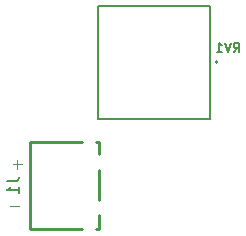
<source format=gbr>
%TF.GenerationSoftware,KiCad,Pcbnew,8.0.3*%
%TF.CreationDate,2024-11-14T20:06:39-08:00*%
%TF.ProjectId,SpeakerR,53706561-6b65-4725-922e-6b696361645f,rev?*%
%TF.SameCoordinates,Original*%
%TF.FileFunction,Legend,Bot*%
%TF.FilePolarity,Positive*%
%FSLAX46Y46*%
G04 Gerber Fmt 4.6, Leading zero omitted, Abs format (unit mm)*
G04 Created by KiCad (PCBNEW 8.0.3) date 2024-11-14 20:06:39*
%MOMM*%
%LPD*%
G01*
G04 APERTURE LIST*
%ADD10C,0.100000*%
%ADD11C,0.150000*%
%ADD12C,0.250000*%
%ADD13C,0.127000*%
%ADD14C,0.200000*%
G04 APERTURE END LIST*
D10*
X104598115Y-103377466D02*
X103836211Y-103377466D01*
X104852115Y-99821466D02*
X104090211Y-99821466D01*
X104471163Y-100202419D02*
X104471163Y-99440514D01*
D11*
X103594819Y-101266666D02*
X104309104Y-101266666D01*
X104309104Y-101266666D02*
X104451961Y-101219047D01*
X104451961Y-101219047D02*
X104547200Y-101123809D01*
X104547200Y-101123809D02*
X104594819Y-100980952D01*
X104594819Y-100980952D02*
X104594819Y-100885714D01*
X104594819Y-102266666D02*
X104594819Y-101695238D01*
X104594819Y-101980952D02*
X103594819Y-101980952D01*
X103594819Y-101980952D02*
X103737676Y-101885714D01*
X103737676Y-101885714D02*
X103832914Y-101790476D01*
X103832914Y-101790476D02*
X103880533Y-101695238D01*
X122802589Y-90303695D02*
X123069256Y-89922742D01*
X123259732Y-90303695D02*
X123259732Y-89503695D01*
X123259732Y-89503695D02*
X122954970Y-89503695D01*
X122954970Y-89503695D02*
X122878780Y-89541790D01*
X122878780Y-89541790D02*
X122840685Y-89579885D01*
X122840685Y-89579885D02*
X122802589Y-89656076D01*
X122802589Y-89656076D02*
X122802589Y-89770361D01*
X122802589Y-89770361D02*
X122840685Y-89846552D01*
X122840685Y-89846552D02*
X122878780Y-89884647D01*
X122878780Y-89884647D02*
X122954970Y-89922742D01*
X122954970Y-89922742D02*
X123259732Y-89922742D01*
X122574018Y-89503695D02*
X122307351Y-90303695D01*
X122307351Y-90303695D02*
X122040685Y-89503695D01*
X121354971Y-90303695D02*
X121812114Y-90303695D01*
X121583542Y-90303695D02*
X121583542Y-89503695D01*
X121583542Y-89503695D02*
X121659733Y-89617980D01*
X121659733Y-89617980D02*
X121735923Y-89694171D01*
X121735923Y-89694171D02*
X121812114Y-89732266D01*
D12*
%TO.C,J1*%
X111126000Y-105280000D02*
X111376000Y-105280000D01*
X111126000Y-97920000D02*
X111376000Y-97920000D01*
X111376000Y-104140000D02*
X111376000Y-105280000D01*
X111376000Y-102870000D02*
X111376000Y-100330000D01*
X111376000Y-98930000D02*
X111376000Y-97920000D01*
X105536000Y-97920000D02*
X109986000Y-97920000D01*
X105536000Y-105280000D02*
X105536000Y-97920000D01*
X109986000Y-105280000D02*
X105536000Y-105280000D01*
D13*
%TO.C,RV1*%
X111287600Y-86435200D02*
X120817600Y-86435200D01*
X111287600Y-95965200D02*
X111287600Y-86435200D01*
X120817600Y-86435200D02*
X120817600Y-95965200D01*
X120817600Y-95965200D02*
X111287600Y-95965200D01*
D14*
X121452600Y-91135200D02*
G75*
G02*
X121252600Y-91135200I-100000J0D01*
G01*
X121252600Y-91135200D02*
G75*
G02*
X121452600Y-91135200I100000J0D01*
G01*
%TD*%
M02*

</source>
